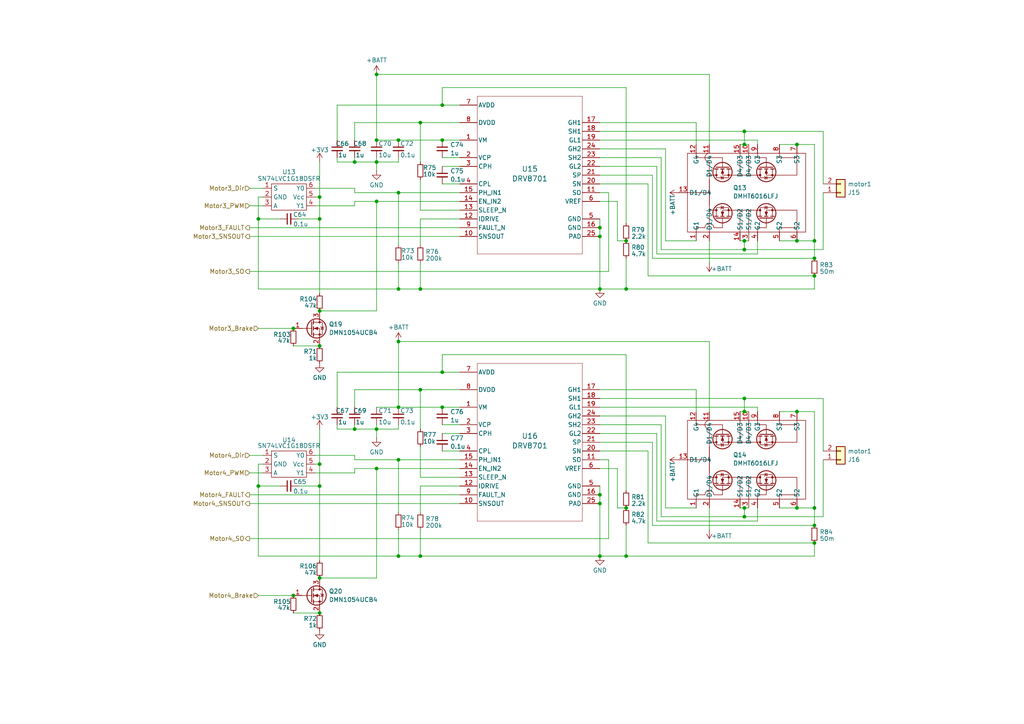
<source format=kicad_sch>
(kicad_sch (version 20231120) (generator "eeschema") (generator_version "8.0")
  (paper "A4")
  (lib_symbols
    (symbol "Connector_Generic:Conn_01x02" (pin_names (offset 1.016) hide)
      (property "Reference" "J" (at 0 2.54 0))
      (property "Value" "Conn_01x02" (at 0 -5.08 0))
      (symbol "Conn_01x02_1_1"
        (pin passive line (at -5.08 0 0) (length 3.81) (name "Pin_1") (number "1"))
        (pin passive line (at -5.08 -2.54 0) (length 3.81) (name "Pin_2") (number "2"))
      )
    )
    (symbol "DMHT6016LFJ_1"
      (property "Reference" "Q" (at 7.112 13.716 0))
      (property "Value" "DMHT6016LFJ" (at 6.858 11.43 0))
      (symbol "DMHT6016LFJ_1_1_1"
        (pin passive line (at -13.97 7.62 0) (length 2.54) (name "G1") (number "1"))
        (pin passive line (at 13.97 -7.62 180) (length 2.54) (name "D4/D3") (number "10"))
        (pin passive line (at 13.97 3.81 180) (length 2.54) (name "D1/D4") (number "11"))
        (pin passive line (at 13.97 7.62 180) (length 2.54) (name "G4") (number "12"))
        (pin passive line (at 0 12.7 270) (length 2.54) (name "D1/D4") (number "13"))
        (pin passive line (at -13.97 -5.08 0) (length 2.54) (name "S1/D2") (number "14"))
        (pin passive line (at 13.97 -5.08 180) (length 2.54) (name "D4/D3") (number "15"))
        (pin passive line (at -13.97 3.81 0) (length 2.54) (name "D1/D4") (number "2"))
        (pin passive line (at -13.97 -7.62 0) (length 2.54) (name "S1/D2") (number "3"))
        (pin passive line (at -13.97 -10.16 0) (length 2.54) (name "G2") (number "4"))
        (pin passive line (at -13.97 -16.51 0) (length 2.54) (name "S2") (number "5"))
        (pin passive line (at -13.97 -21.59 0) (length 2.54) (name "S2") (number "6"))
        (pin passive line (at 13.97 -21.59 180) (length 2.54) (name "S3") (number "7"))
        (pin passive line (at 13.97 -16.51 180) (length 2.54) (name "S3") (number "8"))
        (pin passive line (at 13.97 -10.16 180) (length 2.54) (name "G3") (number "9"))
      )
    )
    (symbol "Device:C_Small" (pin_numbers hide) (pin_names (offset 0.254) hide)
      (property "Reference" "C" (at 0.254 1.778 0))
      (property "Value" "C_Small" (at 0.254 -2.032 0))
      (symbol "C_Small_1_1"
        (pin passive line (at 0 2.54 270) (length 2.032) (name "~") (number "1"))
        (pin passive line (at 0 -2.54 90) (length 2.032) (name "~") (number "2"))
      )
    )
    (symbol "Device:Q_NMOS_GSD" (pin_names (offset 0) hide)
      (property "Reference" "Q" (at 5.08 1.27 0))
      (property "Value" "Q_NMOS_GSD" (at 5.08 -1.27 0))
      (symbol "Q_NMOS_GSD_1_1"
        (pin input line (at -5.08 0 0) (length 2.54) (name "G") (number "1"))
        (pin passive line (at 2.54 -5.08 90) (length 2.54) (name "S") (number "2"))
        (pin passive line (at 2.54 5.08 270) (length 2.54) (name "D") (number "3"))
      )
    )
    (symbol "Device:R_Small" (pin_numbers hide) (pin_names (offset 0.254) hide)
      (property "Reference" "R" (at 0.762 0.508 0))
      (property "Value" "R_Small" (at 0.762 -1.016 0))
      (symbol "R_Small_1_1"
        (pin passive line (at 0 2.54 270) (length 0.762) (name "~") (number "1"))
        (pin passive line (at 0 -2.54 90) (length 0.762) (name "~") (number "2"))
      )
    )
    (symbol "power:+3V3" (power) (pin_numbers hide) (pin_names (offset 0) hide)
      (property "Value" "+3V3" (at 0 3.556 0))
      (symbol "+3V3_1_1"
        (pin power_in line (at 0 0 90) (length 0) (name "~") (number "1"))
      )
    )
    (symbol "power:+BATT" (power) (pin_numbers hide) (pin_names (offset 0) hide)
      (property "Value" "+BATT" (at 0 3.556 0))
      (symbol "+BATT_1_1"
        (pin power_in line (at 0 0 90) (length 0) (name "~") (number "1"))
      )
    )
    (symbol "power:GND" (power) (pin_numbers hide) (pin_names (offset 0) hide)
      (property "Value" "GND" (at 0 -3.81 0))
      (symbol "GND_1_1"
        (pin power_in line (at 0 0 270) (length 0) (name "~") (number "1"))
      )
    )
    (symbol "robocon:DMHT6016LFJ"
      (property "Reference" "Q" (at 7.112 13.716 0))
      (property "Value" "DMHT6016LFJ" (at 6.858 11.43 0))
      (symbol "DMHT6016LFJ_1_1"
        (pin passive line (at -13.97 7.62 0) (length 2.54) (name "G1") (number "1"))
        (pin passive line (at 13.97 -7.62 180) (length 2.54) (name "D4/D3") (number "10"))
        (pin passive line (at 13.97 3.81 180) (length 2.54) (name "D1/D4") (number "11"))
        (pin passive line (at 13.97 7.62 180) (length 2.54) (name "G4") (number "12"))
        (pin passive line (at 0 12.7 270) (length 2.54) (name "D1/D4") (number "13"))
        (pin passive line (at -13.97 -5.08 0) (length 2.54) (name "S1/D2") (number "14"))
        (pin passive line (at 13.97 -5.08 180) (length 2.54) (name "D4/D3") (number "15"))
        (pin passive line (at -13.97 3.81 0) (length 2.54) (name "D1/D4") (number "2"))
        (pin passive line (at -13.97 -7.62 0) (length 2.54) (name "S1/D2") (number "3"))
        (pin passive line (at -13.97 -10.16 0) (length 2.54) (name "G2") (number "4"))
        (pin passive line (at -13.97 -16.51 0) (length 2.54) (name "S2") (number "5"))
        (pin passive line (at -13.97 -21.59 0) (length 2.54) (name "S2") (number "6"))
        (pin passive line (at 13.97 -21.59 180) (length 2.54) (name "S3") (number "7"))
        (pin passive line (at 13.97 -16.51 180) (length 2.54) (name "S3") (number "8"))
        (pin passive line (at 13.97 -10.16 180) (length 2.54) (name "G3") (number "9"))
      )
    )
    (symbol "robocon:DRV8701" (pin_names (offset 0.254))
      (property "Reference" "U" (at 0 12.7 0))
      (property "Value" "DRV8701" (at 0 10.16 0))
      (symbol "DRV8701_0_1"
        (pin power_in line (at -20.32 10.16 0) (length 5.08) (name "VM") (number "1"))
        (pin open_collector line (at -20.32 -17.78 0) (length 5.08) (name "SNSOUT") (number "10"))
        (pin output line (at 20.32 -5.08 180) (length 5.08) (name "SO") (number "11"))
        (pin input line (at -20.32 -12.7 0) (length 5.08) (name "IDRIVE") (number "12"))
        (pin input line (at -20.32 -10.16 0) (length 5.08) (name "SLEEP_N") (number "13"))
        (pin input line (at -20.32 -7.62 0) (length 5.08) (name "EN_IN2") (number "14"))
        (pin input line (at -20.32 -5.08 0) (length 5.08) (name "PH_IN1") (number "15"))
        (pin power_in line (at 20.32 -15.24 180) (length 5.08) (name "GND") (number "16"))
        (pin input line (at 20.32 12.7 180) (length 5.08) (name "SH1") (number "18"))
        (pin output line (at 20.32 10.16 180) (length 5.08) (name "GL1") (number "19"))
        (pin input line (at 20.32 -2.54 180) (length 5.08) (name "SN") (number "20"))
        (pin input line (at 20.32 0 180) (length 5.08) (name "SP") (number "21"))
        (pin output line (at 20.32 2.54 180) (length 5.08) (name "GL2") (number "22"))
        (pin input line (at 20.32 5.08 180) (length 5.08) (name "SH2") (number "23"))
        (pin power_in line (at 20.32 -17.78 180) (length 5.08) (name "PAD") (number "25"))
        (pin power_in line (at 20.32 -12.7 180) (length 5.08) (name "GND") (number "5"))
        (pin input line (at 20.32 -7.62 180) (length 5.08) (name "VREF") (number "6"))
        (pin open_collector line (at -20.32 -15.24 0) (length 5.08) (name "FAULT_N") (number "9"))
      )
      (symbol "DRV8701_1_1"
        (pin power_out line (at 20.32 15.24 180) (length 5.08) (name "GH1") (number "17"))
        (pin input line (at -20.32 5.08 0) (length 5.08) (name "VCP") (number "2"))
        (pin power_out line (at 20.32 7.62 180) (length 5.08) (name "GH2") (number "24"))
        (pin bidirectional line (at -20.32 2.54 0) (length 5.08) (name "CPH") (number "3"))
        (pin bidirectional line (at -20.32 -2.54 0) (length 5.08) (name "CPL") (number "4"))
        (pin power_out line (at -20.32 20.32 0) (length 5.08) (name "AVDD") (number "7"))
        (pin power_out line (at -20.32 15.24 0) (length 5.08) (name "DVDD") (number "8"))
      )
    )
    (symbol "robocon:SN74LVC1G18"
      (property "Reference" "U" (at 0 1.778 0))
      (property "Value" "SN74LVC1G18" (at 0 0 0))
      (symbol "SN74LVC1G18_1_1"
        (pin bidirectional line (at -7.62 -2.54 0) (length 2.54) (name "S") (number "1"))
        (pin power_in line (at -7.62 -5.08 0) (length 2.54) (name "GND") (number "2"))
        (pin bidirectional line (at -7.62 -7.62 0) (length 2.54) (name "A") (number "3"))
        (pin output line (at 7.62 -7.62 180) (length 2.54) (name "Y1") (number "4"))
        (pin power_in line (at 7.62 -5.08 180) (length 2.54) (name "Vcc") (number "5"))
        (pin output line (at 7.62 -2.54 180) (length 2.54) (name "Y0") (number "6"))
      )
    )
  )
  (junction (at 92.71 63.5))
  (junction (at 121.92 35.56))
  (junction (at 236.22 157.48))
  (junction (at 173.99 143.51))
  (junction (at 115.57 161.29))
  (junction (at 128.27 30.48))
  (junction (at 215.9 147.32))
  (junction (at 181.61 69.85))
  (junction (at 115.57 40.64))
  (junction (at 128.27 107.95))
  (junction (at 92.71 177.8))
  (junction (at 215.9 149.86))
  (junction (at 236.22 147.32))
  (junction (at 215.9 119.38))
  (junction (at 109.22 46.99))
  (junction (at 236.22 74.93))
  (junction (at 102.87 46.99))
  (junction (at 74.93 63.5))
  (junction (at 74.93 140.97))
  (junction (at 236.22 69.85))
  (junction (at 92.71 57.15))
  (junction (at 173.99 68.58))
  (junction (at 231.14 119.38))
  (junction (at 236.22 152.4))
  (junction (at 173.99 83.82))
  (junction (at 231.14 147.32))
  (junction (at 215.9 41.91))
  (junction (at 109.22 40.64))
  (junction (at 109.22 135.89))
  (junction (at 231.14 69.85))
  (junction (at 85.09 95.25))
  (junction (at 115.57 83.82))
  (junction (at 102.87 124.46))
  (junction (at 92.71 167.64))
  (junction (at 92.71 134.62))
  (junction (at 92.71 140.97))
  (junction (at 115.57 99.06))
  (junction (at 173.99 146.05))
  (junction (at 181.61 161.29))
  (junction (at 115.57 133.35))
  (junction (at 121.92 161.29))
  (junction (at 121.92 113.03))
  (junction (at 215.9 115.57))
  (junction (at 236.22 80.01))
  (junction (at 121.92 83.82))
  (junction (at 215.9 72.39))
  (junction (at 215.9 38.1))
  (junction (at 115.57 55.88))
  (junction (at 173.99 161.29))
  (junction (at 173.99 66.04))
  (junction (at 92.71 90.17))
  (junction (at 181.61 83.82))
  (junction (at 109.22 124.46))
  (junction (at 85.09 172.72))
  (junction (at 231.14 41.91))
  (junction (at 109.22 58.42))
  (junction (at 115.57 118.11))
  (junction (at 128.27 40.64))
  (junction (at 128.27 118.11))
  (junction (at 109.22 21.59))
  (junction (at 92.71 100.33))
  (junction (at 215.9 69.85))
  (junction (at 181.61 147.32))
  (wire (pts (xy 179.07 58.42) (xy 179.07 69.85)))
  (wire (pts (xy 215.9 72.39) (xy 238.76 72.39)))
  (wire (pts (xy 74.93 63.5) (xy 81.28 63.5)))
  (wire (pts (xy 91.44 54.61) (xy 102.87 54.61)))
  (wire (pts (xy 173.99 133.35) (xy 176.53 133.35)))
  (wire (pts (xy 187.96 130.81) (xy 187.96 157.48)))
  (wire (pts (xy 74.93 63.5) (xy 74.93 83.82)))
  (wire (pts (xy 109.22 58.42) (xy 133.35 58.42)))
  (wire (pts (xy 121.92 138.43) (xy 121.92 129.54)))
  (wire (pts (xy 115.57 99.06) (xy 205.74 99.06)))
  (wire (pts (xy 173.99 45.72) (xy 191.77 45.72)))
  (wire (pts (xy 102.87 59.69) (xy 102.87 58.42)))
  (wire (pts (xy 128.27 107.95) (xy 133.35 107.95)))
  (wire (pts (xy 121.92 148.59) (xy 121.92 140.97)))
  (wire (pts (xy 92.71 124.46) (xy 92.71 134.62)))
  (wire (pts (xy 91.44 134.62) (xy 92.71 134.62)))
  (wire (pts (xy 109.22 127) (xy 109.22 124.46)))
  (wire (pts (xy 121.92 161.29) (xy 173.99 161.29)))
  (wire (pts (xy 109.22 46.99) (xy 109.22 45.72)))
  (wire (pts (xy 173.99 35.56) (xy 201.93 35.56)))
  (wire (pts (xy 128.27 102.87) (xy 181.61 102.87)))
  (wire (pts (xy 173.99 48.26) (xy 190.5 48.26)))
  (wire (pts (xy 173.99 125.73) (xy 190.5 125.73)))
  (wire (pts (xy 76.2 57.15) (xy 74.93 57.15)))
  (wire (pts (xy 121.92 140.97) (xy 133.35 140.97)))
  (wire (pts (xy 181.61 83.82) (xy 173.99 83.82)))
  (wire (pts (xy 238.76 38.1) (xy 238.76 53.34)))
  (wire (pts (xy 219.71 118.11) (xy 219.71 119.38)))
  (wire (pts (xy 173.99 143.51) (xy 173.99 140.97)))
  (wire (pts (xy 102.87 35.56) (xy 102.87 40.64)))
  (wire (pts (xy 226.06 41.91) (xy 231.14 41.91)))
  (wire (pts (xy 201.93 113.03) (xy 201.93 119.38)))
  (wire (pts (xy 92.71 63.5) (xy 92.71 57.15)))
  (wire (pts (xy 109.22 135.89) (xy 133.35 135.89)))
  (wire (pts (xy 92.71 46.99) (xy 92.71 57.15)))
  (wire (pts (xy 109.22 21.59) (xy 205.74 21.59)))
  (wire (pts (xy 193.04 147.32) (xy 201.93 147.32)))
  (wire (pts (xy 215.9 38.1) (xy 238.76 38.1)))
  (wire (pts (xy 97.79 107.95) (xy 128.27 107.95)))
  (wire (pts (xy 190.5 48.26) (xy 190.5 73.66)))
  (wire (pts (xy 91.44 59.69) (xy 102.87 59.69)))
  (wire (pts (xy 215.9 72.39) (xy 215.9 69.85)))
  (wire (pts (xy 74.93 83.82) (xy 115.57 83.82)))
  (wire (pts (xy 109.22 21.59) (xy 109.22 40.64)))
  (wire (pts (xy 121.92 35.56) (xy 133.35 35.56)))
  (wire (pts (xy 133.35 48.26) (xy 128.27 48.26)))
  (wire (pts (xy 173.99 40.64) (xy 219.71 40.64)))
  (wire (pts (xy 72.39 137.16) (xy 76.2 137.16)))
  (wire (pts (xy 115.57 83.82) (xy 121.92 83.82)))
  (wire (pts (xy 91.44 57.15) (xy 92.71 57.15)))
  (wire (pts (xy 214.63 119.38) (xy 215.9 119.38)))
  (wire (pts (xy 215.9 147.32) (xy 217.17 147.32)))
  (wire (pts (xy 214.63 41.91) (xy 215.9 41.91)))
  (wire (pts (xy 97.79 30.48) (xy 128.27 30.48)))
  (wire (pts (xy 181.61 152.4) (xy 181.61 161.29)))
  (wire (pts (xy 102.87 132.08) (xy 102.87 133.35)))
  (wire (pts (xy 109.22 40.64) (xy 115.57 40.64)))
  (wire (pts (xy 173.99 58.42) (xy 179.07 58.42)))
  (wire (pts (xy 115.57 118.11) (xy 128.27 118.11)))
  (wire (pts (xy 193.04 120.65) (xy 193.04 147.32)))
  (wire (pts (xy 173.99 66.04) (xy 173.99 63.5)))
  (wire (pts (xy 72.39 66.04) (xy 133.35 66.04)))
  (wire (pts (xy 179.07 135.89) (xy 179.07 147.32)))
  (wire (pts (xy 193.04 69.85) (xy 201.93 69.85)))
  (wire (pts (xy 91.44 137.16) (xy 102.87 137.16)))
  (wire (pts (xy 205.74 119.38) (xy 205.74 99.06)))
  (wire (pts (xy 115.57 40.64) (xy 128.27 40.64)))
  (wire (pts (xy 121.92 71.12) (xy 121.92 63.5)))
  (wire (pts (xy 121.92 113.03) (xy 121.92 124.46)))
  (wire (pts (xy 179.07 69.85) (xy 181.61 69.85)))
  (wire (pts (xy 121.92 35.56) (xy 121.92 46.99)))
  (wire (pts (xy 191.77 149.86) (xy 215.9 149.86)))
  (wire (pts (xy 115.57 99.06) (xy 115.57 118.11)))
  (wire (pts (xy 173.99 115.57) (xy 215.9 115.57)))
  (wire (pts (xy 215.9 115.57) (xy 215.9 119.38)))
  (wire (pts (xy 109.22 49.53) (xy 109.22 46.99)))
  (wire (pts (xy 92.71 63.5) (xy 92.71 85.09)))
  (wire (pts (xy 173.99 50.8) (xy 189.23 50.8)))
  (wire (pts (xy 109.22 46.99) (xy 115.57 46.99)))
  (wire (pts (xy 74.93 140.97) (xy 74.93 161.29)))
  (wire (pts (xy 181.61 25.4) (xy 181.61 64.77)))
  (wire (pts (xy 215.9 69.85) (xy 217.17 69.85)))
  (wire (pts (xy 74.93 161.29) (xy 115.57 161.29)))
  (wire (pts (xy 133.35 125.73) (xy 128.27 125.73)))
  (wire (pts (xy 121.92 153.67) (xy 121.92 161.29)))
  (wire (pts (xy 128.27 123.19) (xy 133.35 123.19)))
  (wire (pts (xy 190.5 151.13) (xy 219.71 151.13)))
  (wire (pts (xy 173.99 120.65) (xy 193.04 120.65)))
  (wire (pts (xy 109.22 135.89) (xy 109.22 167.64)))
  (wire (pts (xy 115.57 153.67) (xy 115.57 161.29)))
  (wire (pts (xy 102.87 137.16) (xy 102.87 135.89)))
  (wire (pts (xy 128.27 130.81) (xy 133.35 130.81)))
  (wire (pts (xy 191.77 123.19) (xy 191.77 149.86)))
  (wire (pts (xy 72.39 132.08) (xy 76.2 132.08)))
  (wire (pts (xy 128.27 40.64) (xy 133.35 40.64)))
  (wire (pts (xy 102.87 113.03) (xy 121.92 113.03)))
  (wire (pts (xy 181.61 161.29) (xy 236.22 161.29)))
  (wire (pts (xy 102.87 35.56) (xy 121.92 35.56)))
  (wire (pts (xy 219.71 147.32) (xy 219.71 151.13)))
  (wire (pts (xy 109.22 167.64) (xy 92.71 167.64)))
  (wire (pts (xy 97.79 124.46) (xy 102.87 124.46)))
  (wire (pts (xy 128.27 45.72) (xy 133.35 45.72)))
  (wire (pts (xy 231.14 41.91) (xy 236.22 41.91)))
  (wire (pts (xy 72.39 143.51) (xy 133.35 143.51)))
  (wire (pts (xy 74.93 57.15) (xy 74.93 63.5)))
  (wire (pts (xy 231.14 69.85) (xy 236.22 69.85)))
  (wire (pts (xy 97.79 123.19) (xy 97.79 124.46)))
  (wire (pts (xy 173.99 68.58) (xy 173.99 83.82)))
  (wire (pts (xy 187.96 80.01) (xy 236.22 80.01)))
  (wire (pts (xy 74.93 172.72) (xy 85.09 172.72)))
  (wire (pts (xy 102.87 123.19) (xy 102.87 124.46)))
  (wire (pts (xy 92.71 177.8) (xy 85.09 177.8)))
  (wire (pts (xy 173.99 118.11) (xy 219.71 118.11)))
  (wire (pts (xy 72.39 68.58) (xy 133.35 68.58)))
  (wire (pts (xy 226.06 147.32) (xy 231.14 147.32)))
  (wire (pts (xy 193.04 43.18) (xy 193.04 69.85)))
  (wire (pts (xy 181.61 161.29) (xy 173.99 161.29)))
  (wire (pts (xy 86.36 140.97) (xy 92.71 140.97)))
  (wire (pts (xy 109.22 124.46) (xy 115.57 124.46)))
  (wire (pts (xy 173.99 68.58) (xy 173.99 66.04)))
  (wire (pts (xy 133.35 138.43) (xy 121.92 138.43)))
  (wire (pts (xy 173.99 43.18) (xy 193.04 43.18)))
  (wire (pts (xy 173.99 128.27) (xy 189.23 128.27)))
  (wire (pts (xy 201.93 35.56) (xy 201.93 41.91)))
  (wire (pts (xy 128.27 30.48) (xy 133.35 30.48)))
  (wire (pts (xy 189.23 152.4) (xy 236.22 152.4)))
  (wire (pts (xy 74.93 134.62) (xy 74.93 140.97)))
  (wire (pts (xy 214.63 147.32) (xy 215.9 147.32)))
  (wire (pts (xy 115.57 161.29) (xy 121.92 161.29)))
  (wire (pts (xy 189.23 50.8) (xy 189.23 74.93)))
  (wire (pts (xy 191.77 72.39) (xy 215.9 72.39)))
  (wire (pts (xy 173.99 123.19) (xy 191.77 123.19)))
  (wire (pts (xy 236.22 41.91) (xy 236.22 69.85)))
  (wire (pts (xy 238.76 115.57) (xy 238.76 130.81)))
  (wire (pts (xy 115.57 118.11) (xy 109.22 118.11)))
  (wire (pts (xy 238.76 115.57) (xy 215.9 115.57)))
  (wire (pts (xy 72.39 78.74) (xy 176.53 78.74)))
  (wire (pts (xy 86.36 63.5) (xy 92.71 63.5)))
  (wire (pts (xy 173.99 130.81) (xy 187.96 130.81)))
  (wire (pts (xy 102.87 133.35) (xy 115.57 133.35)))
  (wire (pts (xy 226.06 119.38) (xy 231.14 119.38)))
  (wire (pts (xy 102.87 45.72) (xy 102.87 46.99)))
  (wire (pts (xy 74.93 140.97) (xy 81.28 140.97)))
  (wire (pts (xy 189.23 128.27) (xy 189.23 152.4)))
  (wire (pts (xy 187.96 53.34) (xy 187.96 80.01)))
  (wire (pts (xy 215.9 38.1) (xy 215.9 41.91)))
  (wire (pts (xy 128.27 102.87) (xy 128.27 107.95)))
  (wire (pts (xy 205.74 69.85) (xy 205.74 76.2)))
  (wire (pts (xy 215.9 41.91) (xy 217.17 41.91)))
  (wire (pts (xy 115.57 55.88) (xy 115.57 71.12)))
  (wire (pts (xy 121.92 113.03) (xy 133.35 113.03)))
  (wire (pts (xy 115.57 55.88) (xy 133.35 55.88)))
  (wire (pts (xy 102.87 46.99) (xy 109.22 46.99)))
  (wire (pts (xy 236.22 157.48) (xy 236.22 161.29)))
  (wire (pts (xy 231.14 147.32) (xy 236.22 147.32)))
  (wire (pts (xy 173.99 135.89) (xy 179.07 135.89)))
  (wire (pts (xy 215.9 149.86) (xy 238.76 149.86)))
  (wire (pts (xy 179.07 147.32) (xy 181.61 147.32)))
  (wire (pts (xy 226.06 69.85) (xy 231.14 69.85)))
  (wire (pts (xy 205.74 147.32) (xy 205.74 153.67)))
  (wire (pts (xy 187.96 157.48) (xy 236.22 157.48)))
  (wire (pts (xy 91.44 132.08) (xy 102.87 132.08)))
  (wire (pts (xy 102.87 55.88) (xy 115.57 55.88)))
  (wire (pts (xy 102.87 135.89) (xy 109.22 135.89)))
  (wire (pts (xy 236.22 147.32) (xy 236.22 152.4)))
  (wire (pts (xy 133.35 60.96) (xy 121.92 60.96)))
  (wire (pts (xy 92.71 100.33) (xy 85.09 100.33)))
  (wire (pts (xy 72.39 156.21) (xy 176.53 156.21)))
  (wire (pts (xy 109.22 58.42) (xy 109.22 90.17)))
  (wire (pts (xy 72.39 54.61) (xy 76.2 54.61)))
  (wire (pts (xy 173.99 38.1) (xy 215.9 38.1)))
  (wire (pts (xy 102.87 113.03) (xy 102.87 118.11)))
  (wire (pts (xy 109.22 90.17) (xy 92.71 90.17)))
  (wire (pts (xy 190.5 73.66) (xy 219.71 73.66)))
  (wire (pts (xy 176.53 133.35) (xy 176.53 156.21)))
  (wire (pts (xy 189.23 74.93) (xy 236.22 74.93)))
  (wire (pts (xy 72.39 59.69) (xy 76.2 59.69)))
  (wire (pts (xy 121.92 76.2) (xy 121.92 83.82)))
  (wire (pts (xy 173.99 146.05) (xy 173.99 161.29)))
  (wire (pts (xy 121.92 83.82) (xy 173.99 83.82)))
  (wire (pts (xy 115.57 76.2) (xy 115.57 83.82)))
  (wire (pts (xy 190.5 125.73) (xy 190.5 151.13)))
  (wire (pts (xy 121.92 63.5) (xy 133.35 63.5)))
  (wire (pts (xy 97.79 107.95) (xy 97.79 118.11)))
  (wire (pts (xy 115.57 133.35) (xy 115.57 148.59)))
  (wire (pts (xy 97.79 46.99) (xy 102.87 46.99)))
  (wire (pts (xy 215.9 119.38) (xy 217.17 119.38)))
  (wire (pts (xy 215.9 149.86) (xy 215.9 147.32)))
  (wire (pts (xy 97.79 30.48) (xy 97.79 40.64)))
  (wire (pts (xy 173.99 146.05) (xy 173.99 143.51)))
  (wire (pts (xy 173.99 53.34) (xy 187.96 53.34)))
  (wire (pts (xy 181.61 83.82) (xy 236.22 83.82)))
  (wire (pts (xy 219.71 40.64) (xy 219.71 41.91)))
  (wire (pts (xy 97.79 45.72) (xy 97.79 46.99)))
  (wire (pts (xy 102.87 124.46) (xy 109.22 124.46)))
  (wire (pts (xy 115.57 133.35) (xy 133.35 133.35)))
  (wire (pts (xy 72.39 146.05) (xy 133.35 146.05)))
  (wire (pts (xy 173.99 113.03) (xy 201.93 113.03)))
  (wire (pts (xy 115.57 46.99) (xy 115.57 45.72)))
  (wire (pts (xy 115.57 124.46) (xy 115.57 123.19)))
  (wire (pts (xy 231.14 119.38) (xy 236.22 119.38)))
  (wire (pts (xy 176.53 55.88) (xy 176.53 78.74)))
  (wire (pts (xy 92.71 140.97) (xy 92.71 162.56)))
  (wire (pts (xy 109.22 124.46) (xy 109.22 123.19)))
  (wire (pts (xy 191.77 45.72) (xy 191.77 72.39)))
  (wire (pts (xy 181.61 74.93) (xy 181.61 83.82)))
  (wire (pts (xy 128.27 118.11) (xy 133.35 118.11)))
  (wire (pts (xy 173.99 55.88) (xy 176.53 55.88)))
  (wire (pts (xy 238.76 133.35) (xy 238.76 149.86)))
  (wire (pts (xy 121.92 60.96) (xy 121.92 52.07)))
  (wire (pts (xy 214.63 69.85) (xy 215.9 69.85)))
  (wire (pts (xy 128.27 25.4) (xy 181.61 25.4)))
  (wire (pts (xy 181.61 102.87) (xy 181.61 142.24)))
  (wire (pts (xy 236.22 80.01) (xy 236.22 83.82)))
  (wire (pts (xy 92.71 140.97) (xy 92.71 134.62)))
  (wire (pts (xy 102.87 58.42) (xy 109.22 58.42)))
  (wire (pts (xy 128.27 25.4) (xy 128.27 30.48)))
  (wire (pts (xy 219.71 69.85) (xy 219.71 73.66)))
  (wire (pts (xy 128.27 53.34) (xy 133.35 53.34)))
  (wire (pts (xy 238.76 55.88) (xy 238.76 72.39)))
  (wire (pts (xy 236.22 119.38) (xy 236.22 147.32)))
  (wire (pts (xy 102.87 54.61) (xy 102.87 55.88)))
  (wire (pts (xy 205.74 41.91) (xy 205.74 21.59)))
  (wire (pts (xy 236.22 69.85) (xy 236.22 74.93)))
  (wire (pts (xy 76.2 134.62) (xy 74.93 134.62)))
  (wire (pts (xy 74.93 95.25) (xy 85.09 95.25)))
  (hierarchical_label "Motor4_SNSOUT" (shape output) (at 72.39 146.05 180))
  (hierarchical_label "Motor3_SO" (shape output) (at 72.39 78.74 180))
  (hierarchical_label "Motor3_Dir" (shape input) (at 72.39 54.61 180))
  (hierarchical_label "Motor3_SNSOUT" (shape output) (at 72.39 68.58 180))
  (hierarchical_label "Motor4_PWM" (shape input) (at 72.39 137.16 180))
  (hierarchical_label "Motor3_FAULT" (shape output) (at 72.39 66.04 180))
  (hierarchical_label "Motor4_FAULT" (shape output) (at 72.39 143.51 180))
  (hierarchical_label "Motor4_SO" (shape output) (at 72.39 156.21 180))
  (hierarchical_label "Motor3_PWM" (shape input) (at 72.39 59.69 180))
  (hierarchical_label "Motor3_Brake" (shape input) (at 74.93 95.25 180))
  (hierarchical_label "Motor4_Dir" (shape input) (at 72.39 132.08 180))
  (hierarchical_label "Motor4_Brake" (shape input) (at 74.93 172.72 180))
  (symbol (lib_id "power:+BATT") (at 205.74 153.67 180) (unit 1)
    (property "Reference" "#PWR0115" (effects (hide yes)))
    (property "Value" "+BATT" (at 209.296 155.448 0))
    (property "Description" "Power symbol creates a global label with name \"+BATT\"" (effects (hide yes)))
  )
  (symbol (lib_id "robocon:DMHT6016LFJ") (at 209.55 55.88 90) (unit 1)
    (property "Reference" "Q13" (at 212.598 54.4717 90) (effects (justify right)))
    (property "Value" "DMHT6016LFJ" (at 212.598 56.896 90) (effects (justify right)))
    (property "Footprint" "robot_contest:V-DFN5045-12_DIO" (effects (hide yes)))
    (property "Datasheet" "C460986" (effects (hide yes)))
  )
  (symbol (lib_id "Device:R_Small") (at 85.09 175.26 0) (mirror y) (unit 1)
    (property "Reference" "R105" (at 79.248 174.498 0) (effects (justify right)))
    (property "Value" "47k" (at 80.518 176.276 0) (effects (justify right)))
    (property "Footprint" "Resistor_SMD:R_0402_1005Metric" (effects (hide yes)))
    (property "Datasheet" "C2906885" (effects (hide yes)))
    (property "Description" "Resistor, small symbol" (effects (hide yes)))
  )
  (symbol (lib_id "power:GND") (at 173.99 161.29 0) (unit 1)
    (property "Reference" "#PWR0113" (effects (hide yes)))
    (property "Value" "GND" (at 173.99 165.4255 0))
    (property "Description" "Power symbol creates a global label with name \"GND\" , ground" (effects (hide yes)))
  )
  (symbol (lib_id "Device:C_Small") (at 115.57 43.18 0) (unit 1)
    (property "Reference" "C72" (at 116.078 41.656 0) (effects (justify left)))
    (property "Value" "0.1u" (at 116.078 44.958 0) (effects (justify left)))
    (property "Footprint" "Capacitor_SMD:C_0402_1005Metric" (effects (hide yes)))
    (property "Datasheet" "C77020" (effects (hide yes)))
    (property "Description" "Unpolarized capacitor, small symbol" (effects (hide yes)))
  )
  (symbol (lib_id "Device:R_Small") (at 121.92 127 180) (unit 1)
    (property "Reference" "R77" (at 122.682 126.095 0) (effects (justify right)))
    (property "Value" "10k" (at 122.682 128.016 0) (effects (justify right)))
    (property "Footprint" "Resistor_SMD:R_0402_1005Metric" (effects (hide yes)))
    (property "Datasheet" "C2906885" (effects (hide yes)))
    (property "Description" "Resistor, small symbol" (effects (hide yes)))
  )
  (symbol (lib_id "Device:R_Small") (at 181.61 72.39 180) (unit 1)
    (property "Reference" "R80" (at 183.1086 71.7463 0) (effects (justify right)))
    (property "Value" "4.7k" (at 183.1086 73.6673 0) (effects (justify right)))
    (property "Footprint" "Resistor_SMD:R_0402_1005Metric" (effects (hide yes)))
    (property "Datasheet" "C2906869" (effects (hide yes)))
    (property "Description" "Resistor, small symbol" (effects (hide yes)))
  )
  (symbol (lib_id "Device:Q_NMOS_GSD") (at 90.17 172.72 0) (unit 1)
    (property "Reference" "Q20" (at 95.377 171.5079 0) (effects (justify left)))
    (property "Value" "DMN1054UCB4" (at 95.377 173.9321 0) (effects (justify left)))
    (property "Footprint" "robot_contest:DMN1054UCB4" (effects (hide yes)))
    (property "Datasheet" "C2983694" (effects (hide yes)))
    (property "Description" "N-MOSFET transistor, gate/source/drain" (effects (hide yes)))
  )
  (symbol (lib_id "Device:R_Small") (at 121.92 49.53 180) (unit 1)
    (property "Reference" "R75" (at 122.682 48.625 0) (effects (justify right)))
    (property "Value" "10k" (at 122.682 50.546 0) (effects (justify right)))
    (property "Footprint" "Resistor_SMD:R_0402_1005Metric" (effects (hide yes)))
    (property "Datasheet" "C2906885" (effects (hide yes)))
    (property "Description" "Resistor, small symbol" (effects (hide yes)))
  )
  (symbol (lib_id "Device:R_Small") (at 85.09 97.79 0) (mirror y) (unit 1)
    (property "Reference" "R103" (at 79.248 97.028 0) (effects (justify right)))
    (property "Value" "47k" (at 80.518 98.806 0) (effects (justify right)))
    (property "Footprint" "Resistor_SMD:R_0402_1005Metric" (effects (hide yes)))
    (property "Datasheet" "C2906885" (effects (hide yes)))
    (property "Description" "Resistor, small symbol" (effects (hide yes)))
  )
  (symbol (lib_id "Device:Q_NMOS_GSD") (at 90.17 95.25 0) (unit 1)
    (property "Reference" "Q19" (at 95.377 94.0379 0) (effects (justify left)))
    (property "Value" "DMN1054UCB4" (at 95.377 96.4621 0) (effects (justify left)))
    (property "Footprint" "robot_contest:DMN1054UCB4" (effects (hide yes)))
    (property "Datasheet" "C2983694" (effects (hide yes)))
    (property "Description" "N-MOSFET transistor, gate/source/drain" (effects (hide yes)))
  )
  (symbol (lib_id "power:GND") (at 92.71 182.88 0) (mirror y) (unit 1)
    (property "Reference" "#PWR0138" (effects (hide yes)))
    (property "Value" "GND" (at 92.71 187.0155 0))
    (property "Description" "Power symbol creates a global label with name \"GND\" , ground" (effects (hide yes)))
  )
  (symbol (lib_id "robocon:DRV8701") (at 153.67 50.8 0) (unit 1)
    (property "Reference" "U15" (at 153.67 48.9831 0) (effects (font (size 1.524 1.524))))
    (property "Value" "DRV8701" (at 153.67 51.816 0) (effects (font (size 1.524 1.524))))
    (property "Footprint" "robot_contest:DRV8701" (effects (hide yes)))
    (property "Datasheet" "C114178" (effects (hide yes)))
  )
  (symbol (lib_id "Device:C_Small") (at 97.79 120.65 0) (unit 1)
    (property "Reference" "C67" (at 99.314 119.126 0))
    (property "Value" "1u" (at 99.314 122.428 0))
    (property "Footprint" "Capacitor_SMD:C_0402_1005Metric" (effects (hide yes)))
    (property "Datasheet" "C77009" (effects (hide yes)))
    (property "Description" "Unpolarized capacitor, small symbol" (effects (hide yes)))
  )
  (symbol (lib_id "Device:R_Small") (at 92.71 180.34 0) (mirror x) (unit 1)
    (property "Reference" "R72" (at 91.948 179.435 0) (effects (justify right)))
    (property "Value" "1k" (at 91.948 181.356 0) (effects (justify right)))
    (property "Footprint" "Resistor_SMD:R_0402_1005Metric" (effects (hide yes)))
    (property "Datasheet" "C2906885" (effects (hide yes)))
    (property "Description" "Resistor, small symbol" (effects (hide yes)))
  )
  (symbol (lib_id "Device:R_Small") (at 115.57 73.66 180) (unit 1)
    (property "Reference" "R73" (at 116.332 72.755 0) (effects (justify right)))
    (property "Value" "10k" (at 116.332 74.676 0) (effects (justify right)))
    (property "Footprint" "Resistor_SMD:R_0402_1005Metric" (effects (hide yes)))
    (property "Datasheet" "C2906885" (effects (hide yes)))
    (property "Description" "Resistor, small symbol" (effects (hide yes)))
  )
  (symbol (lib_id "Connector_Generic:Conn_01x02") (at 243.84 133.35 0) (mirror x) (unit 1)
    (property "Reference" "J16" (at 245.872 133.2922 0) (effects (justify left)))
    (property "Value" "motor1" (at 245.872 130.8679 0) (effects (justify left)))
    (property "Footprint" "Connector_JST:JST_XA_B02B-XASK-1_1x02_P2.50mm_Vertical" (effects (hide yes)))
    (property "Datasheet" "C514158" (effects (hide yes)))
    (property "Description" "Generic connector, single row, 01x02, script generated (kicad-library-utils/schlib/autogen/connector/)" (effects (hide yes)))
  )
  (symbol (lib_id "Device:C_Small") (at 102.87 120.65 0) (unit 1)
    (property "Reference" "C69" (at 104.394 119.126 0))
    (property "Value" "1u" (at 104.394 122.428 0))
    (property "Footprint" "Capacitor_SMD:C_0402_1005Metric" (effects (hide yes)))
    (property "Datasheet" "C77009" (effects (hide yes)))
    (property "Description" "Unpolarized capacitor, small symbol" (effects (hide yes)))
  )
  (symbol (lib_id "Device:R_Small") (at 92.71 87.63 0) (mirror x) (unit 1)
    (property "Reference" "R104" (at 91.948 86.725 0) (effects (justify right)))
    (property "Value" "47k" (at 91.948 88.646 0) (effects (justify right)))
    (property "Footprint" "Resistor_SMD:R_0402_1005Metric" (effects (hide yes)))
    (property "Datasheet" "C2906885" (effects (hide yes)))
    (property "Description" "Resistor, small symbol" (effects (hide yes)))
  )
  (symbol (lib_id "power:+BATT") (at 115.57 99.06 0) (unit 1)
    (property "Reference" "#PWR0110" (effects (hide yes)))
    (property "Value" "+BATT" (at 115.57 94.9269 0))
    (property "Description" "Power symbol creates a global label with name \"+BATT\"" (effects (hide yes)))
  )
  (symbol (lib_id "Device:R_Small") (at 181.61 149.86 180) (unit 1)
    (property "Reference" "R82" (at 183.1086 149.2163 0) (effects (justify right)))
    (property "Value" "4.7k" (at 183.1086 151.1373 0) (effects (justify right)))
    (property "Footprint" "Resistor_SMD:R_0402_1005Metric" (effects (hide yes)))
    (property "Datasheet" "C2906869" (effects (hide yes)))
    (property "Description" "Resistor, small symbol" (effects (hide yes)))
  )
  (symbol (lib_id "robocon:SN74LVC1G18") (at 83.82 52.07 0) (unit 1)
    (property "Reference" "U13" (at 83.82 49.8721 0))
    (property "Value" "SN74LVC1G18DSFR" (at 83.82 51.816 0))
    (property "Footprint" "robot_contest:SN74LVC1G18DSFR" (effects (hide yes)))
    (property "Datasheet" "C2861646" (effects (hide yes)))
  )
  (symbol (lib_id "power:+3V3") (at 92.71 124.46 0) (unit 1)
    (property "Reference" "#PWR0107" (effects (hide yes)))
    (property "Value" "+3V3" (at 92.71 120.9581 0))
    (property "Description" "Power symbol creates a global label with name \"+3V3\"" (effects (hide yes)))
  )
  (symbol (lib_id "Device:R_Small") (at 92.71 165.1 0) (mirror x) (unit 1)
    (property "Reference" "R106" (at 91.948 164.195 0) (effects (justify right)))
    (property "Value" "47k" (at 91.948 166.116 0) (effects (justify right)))
    (property "Footprint" "Resistor_SMD:R_0402_1005Metric" (effects (hide yes)))
    (property "Datasheet" "C2906885" (effects (hide yes)))
    (property "Description" "Resistor, small symbol" (effects (hide yes)))
  )
  (symbol (lib_id "power:+BATT") (at 196.85 133.35 90) (unit 1)
    (property "Reference" "#PWR0129" (effects (hide yes)))
    (property "Value" "+BATT" (at 195.072 136.906 0))
    (property "Description" "Power symbol creates a global label with name \"+BATT\"" (effects (hide yes)))
  )
  (symbol (lib_id "Device:C_Small") (at 115.57 120.65 0) (unit 1)
    (property "Reference" "C73" (at 116.078 119.126 0) (effects (justify left)))
    (property "Value" "0.1u" (at 116.078 122.428 0) (effects (justify left)))
    (property "Footprint" "Capacitor_SMD:C_0402_1005Metric" (effects (hide yes)))
    (property "Datasheet" "C77020" (effects (hide yes)))
    (property "Description" "Unpolarized capacitor, small symbol" (effects (hide yes)))
  )
  (symbol (lib_id "power:GND") (at 92.71 105.41 0) (mirror y) (unit 1)
    (property "Reference" "#PWR0137" (effects (hide yes)))
    (property "Value" "GND" (at 92.71 109.5455 0))
    (property "Description" "Power symbol creates a global label with name \"GND\" , ground" (effects (hide yes)))
  )
  (symbol (lib_id "Device:R_Small") (at 181.61 144.78 180) (unit 1)
    (property "Reference" "R81" (at 183.1086 144.1363 0) (effects (justify right)))
    (property "Value" "2.2k" (at 183.1086 146.0573 0) (effects (justify right)))
    (property "Footprint" "Resistor_SMD:R_0402_1005Metric" (effects (hide yes)))
    (property "Datasheet" "C163447" (effects (hide yes)))
    (property "Description" "Resistor, small symbol" (effects (hide yes)))
  )
  (symbol (lib_id "Device:R_Small") (at 236.22 154.94 180) (unit 1)
    (property "Reference" "R84" (at 237.7186 154.2963 0) (effects (justify right)))
    (property "Value" "50m" (at 237.7186 156.2173 0) (effects (justify right)))
    (property "Footprint" "Resistor_SMD:R_1206_3216Metric" (effects (hide yes)))
    (property "Datasheet" "C5121702" (effects (hide yes)))
    (property "Description" "Resistor, small symbol" (effects (hide yes)))
  )
  (symbol (lib_id "power:GND") (at 109.22 49.53 0) (unit 1)
    (property "Reference" "#PWR0109" (effects (hide yes)))
    (property "Value" "GND" (at 109.22 53.6655 0))
    (property "Description" "Power symbol creates a global label with name \"GND\" , ground" (effects (hide yes)))
  )
  (symbol (lib_id "power:+BATT") (at 205.74 76.2 180) (unit 1)
    (property "Reference" "#PWR0114" (effects (hide yes)))
    (property "Value" "+BATT" (at 209.296 77.978 0))
    (property "Description" "Power symbol creates a global label with name \"+BATT\"" (effects (hide yes)))
  )
  (symbol (lib_id "power:GND") (at 109.22 127 0) (unit 1)
    (property "Reference" "#PWR0111" (effects (hide yes)))
    (property "Value" "GND" (at 109.22 131.1355 0))
    (property "Description" "Power symbol creates a global label with name \"GND\" , ground" (effects (hide yes)))
  )
  (symbol (lib_id "Device:C_Small") (at 83.82 140.97 90) (unit 1)
    (property "Reference" "C65" (at 88.9 139.7 90) (effects (justify left)))
    (property "Value" "0.1u" (at 89.408 142.494 90) (effects (justify left)))
    (property "Footprint" "Capacitor_SMD:C_0402_1005Metric" (effects (hide yes)))
    (property "Datasheet" "C77020" (effects (hide yes)))
    (property "Description" "Unpolarized capacitor, small symbol" (effects (hide yes)))
  )
  (symbol (lib_id "Device:R_Small") (at 121.92 151.13 180) (unit 1)
    (property "Reference" "R78" (at 123.4186 150.4863 0) (effects (justify right)))
    (property "Value" "200k" (at 123.4186 152.4073 0) (effects (justify right)))
    (property "Footprint" "Resistor_SMD:R_0402_1005Metric" (effects (hide yes)))
    (property "Datasheet" "C25764" (effects (hide yes)))
    (property "Description" "Resistor, small symbol" (effects (hide yes)))
  )
  (symbol (lib_id "Device:R_Small") (at 181.61 67.31 180) (unit 1)
    (property "Reference" "R79" (at 183.1086 66.6663 0) (effects (justify right)))
    (property "Value" "2.2k" (at 183.1086 68.5873 0) (effects (justify right)))
    (property "Footprint" "Resistor_SMD:R_0402_1005Metric" (effects (hide yes)))
    (property "Datasheet" "C163447" (effects (hide yes)))
    (property "Description" "Resistor, small symbol" (effects (hide yes)))
  )
  (symbol (lib_id "Device:R_Small") (at 236.22 77.47 180) (unit 1)
    (property "Reference" "R83" (at 237.7186 76.8263 0) (effects (justify right)))
    (property "Value" "50m" (at 237.7186 78.7473 0) (effects (justify right)))
    (property "Footprint" "Resistor_SMD:R_1206_3216Metric" (effects (hide yes)))
    (property "Datasheet" "C5121702" (effects (hide yes)))
    (property "Description" "Resistor, small symbol" (effects (hide yes)))
  )
  (symbol (lib_id "Device:C_Small") (at 97.79 43.18 0) (unit 1)
    (property "Reference" "C66" (at 99.314 41.656 0))
    (property "Value" "1u" (at 99.314 44.958 0))
    (property "Footprint" "Capacitor_SMD:C_0402_1005Metric" (effects (hide yes)))
    (property "Datasheet" "C77009" (effects (hide yes)))
    (property "Description" "Unpolarized capacitor, small symbol" (effects (hide yes)))
  )
  (symbol (lib_id "power:GND") (at 173.99 83.82 0) (unit 1)
    (property "Reference" "#PWR0112" (effects (hide yes)))
    (property "Value" "GND" (at 173.99 87.9555 0))
    (property "Description" "Power symbol creates a global label with name \"GND\" , ground" (effects (hide yes)))
  )
  (symbol (lib_id "Device:C_Small") (at 83.82 63.5 90) (unit 1)
    (property "Reference" "C64" (at 88.9 62.23 90) (effects (justify left)))
    (property "Value" "0.1u" (at 89.408 65.024 90) (effects (justify left)))
    (property "Footprint" "Capacitor_SMD:C_0402_1005Metric" (effects (hide yes)))
    (property "Datasheet" "C77020" (effects (hide yes)))
    (property "Description" "Unpolarized capacitor, small symbol" (effects (hide yes)))
  )
  (symbol (lib_id "Device:R_Small") (at 92.71 102.87 0) (mirror x) (unit 1)
    (property "Reference" "R71" (at 91.948 101.965 0) (effects (justify right)))
    (property "Value" "1k" (at 91.948 103.886 0) (effects (justify right)))
    (property "Footprint" "Resistor_SMD:R_0402_1005Metric" (effects (hide yes)))
    (property "Datasheet" "C2906885" (effects (hide yes)))
    (property "Description" "Resistor, small symbol" (effects (hide yes)))
  )
  (symbol (lib_id "Device:R_Small") (at 121.92 73.66 180) (unit 1)
    (property "Reference" "R76" (at 123.4186 73.0163 0) (effects (justify right)))
    (property "Value" "200k" (at 123.4186 74.9373 0) (effects (justify right)))
    (property "Footprint" "Resistor_SMD:R_0402_1005Metric" (effects (hide yes)))
    (property "Datasheet" "C25764" (effects (hide yes)))
    (property "Description" "Resistor, small symbol" (effects (hide yes)))
  )
  (symbol (lib_id "Device:C_Small") (at 102.87 43.18 0) (unit 1)
    (property "Reference" "C68" (at 104.394 41.656 0))
    (property "Value" "1u" (at 104.394 44.958 0))
    (property "Footprint" "Capacitor_SMD:C_0402_1005Metric" (effects (hide yes)))
    (property "Datasheet" "C77009" (effects (hide yes)))
    (property "Description" "Unpolarized capacitor, small symbol" (effects (hide yes)))
  )
  (symbol (lib_id "Device:C_Small") (at 128.27 50.8 0) (unit 1)
    (property "Reference" "C75" (at 130.5941 49.5941 0) (effects (justify left)))
    (property "Value" "0.1u" (at 130.5941 52.0184 0) (effects (justify left)))
    (property "Footprint" "Capacitor_SMD:C_0402_1005Metric" (effects (hide yes)))
    (property "Datasheet" "C77020" (effects (hide yes)))
    (property "Description" "Unpolarized capacitor, small symbol" (effects (hide yes)))
  )
  (symbol (lib_id "Connector_Generic:Conn_01x02") (at 243.84 55.88 0) (mirror x) (unit 1)
    (property "Reference" "J15" (at 245.872 55.8222 0) (effects (justify left)))
    (property "Value" "motor1" (at 245.872 53.3979 0) (effects (justify left)))
    (property "Footprint" "Connector_JST:JST_XA_B02B-XASK-1_1x02_P2.50mm_Vertical" (effects (hide yes)))
    (property "Datasheet" "C514158" (effects (hide yes)))
    (property "Description" "Generic connector, single row, 01x02, script generated (kicad-library-utils/schlib/autogen/connector/)" (effects (hide yes)))
  )
  (symbol (lib_id "Device:C_Small") (at 109.22 43.18 0) (unit 1)
    (property "Reference" "C70" (at 109.728 41.656 0) (effects (justify left)))
    (property "Value" "10u" (at 109.728 44.958 0) (effects (justify left)))
    (property "Footprint" "Capacitor_SMD:C_0805_2012Metric" (effects (hide yes)))
    (property "Datasheet" "C694191" (effects (hide yes)))
    (property "Description" "Unpolarized capacitor, small symbol" (effects (hide yes)))
  )
  (symbol (lib_id "robocon:DRV8701") (at 153.67 128.27 0) (unit 1)
    (property "Reference" "U16" (at 153.67 126.4531 0) (effects (font (size 1.524 1.524))))
    (property "Value" "DRV8701" (at 153.67 129.286 0) (effects (font (size 1.524 1.524))))
    (property "Footprint" "robot_contest:DRV8701" (effects (hide yes)))
    (property "Datasheet" "C114178" (effects (hide yes)))
  )
  (symbol (lib_id "power:+BATT") (at 109.22 21.59 0) (unit 1)
    (property "Reference" "#PWR0108" (effects (hide yes)))
    (property "Value" "+BATT" (at 109.22 17.4569 0))
    (property "Description" "Power symbol creates a global label with name \"+BATT\"" (effects (hide yes)))
  )
  (symbol (lib_id "Device:C_Small") (at 109.22 120.65 0) (unit 1)
    (property "Reference" "C71" (at 109.728 119.126 0) (effects (justify left)))
    (property "Value" "10u" (at 109.728 122.428 0) (effects (justify left)))
    (property "Footprint" "Capacitor_SMD:C_0805_2012Metric" (effects (hide yes)))
    (property "Datasheet" "C694191" (effects (hide yes)))
    (property "Description" "Unpolarized capacitor, small symbol" (effects (hide yes)))
  )
  (symbol (lib_id "robocon:SN74LVC1G18") (at 83.82 129.54 0) (unit 1)
    (property "Reference" "U14" (at 83.82 127.5961 0))
    (property "Value" "SN74LVC1G18DSFR" (at 83.82 129.286 0))
    (property "Footprint" "robot_contest:SN74LVC1G18DSFR" (effects (hide yes)))
    (property "Datasheet" "C2861646" (effects (hide yes)))
  )
  (symbol (lib_id "power:+BATT") (at 196.85 55.88 90) (unit 1)
    (property "Reference" "#PWR0128" (effects (hide yes)))
    (property "Value" "+BATT" (at 195.072 59.436 0))
    (property "Description" "Power symbol creates a global label with name \"+BATT\"" (effects (hide yes)))
  )
  (symbol (lib_name "DMHT6016LFJ_1") (lib_id "robocon:DMHT6016LFJ") (at 209.55 133.35 90) (unit 1)
    (property "Reference" "Q14" (at 212.598 131.9417 90) (effects (justify right)))
    (property "Value" "DMHT6016LFJ" (at 212.598 134.366 90) (effects (justify right)))
    (property "Footprint" "robot_contest:V-DFN5045-12_DIO" (effects (hide yes)))
    (property "Datasheet" "C460986" (effects (hide yes)))
  )
  (symbol (lib_id "Device:R_Small") (at 115.57 151.13 180) (unit 1)
    (property "Reference" "R74" (at 116.332 150.225 0) (effects (justify right)))
    (property "Value" "10k" (at 116.332 152.146 0) (effects (justify right)))
    (property "Footprint" "Resistor_SMD:R_0402_1005Metric" (effects (hide yes)))
    (property "Datasheet" "C2906885" (effects (hide yes)))
    (property "Description" "Resistor, small symbol" (effects (hide yes)))
  )
  (symbol (lib_id "Device:C_Small") (at 128.27 43.18 0) (unit 1)
    (property "Reference" "C74" (at 130.5941 41.9741 0) (effects (justify left)))
    (property "Value" "1u" (at 130.5941 44.3984 0) (effects (justify left)))
    (property "Footprint" "Capacitor_SMD:C_0402_1005Metric" (effects (hide yes)))
    (property "Datasheet" "C77009" (effects (hide yes)))
    (property "Description" "Unpolarized capacitor, small symbol" (effects (hide yes)))
  )
  (symbol (lib_id "power:+3V3") (at 92.71 46.99 0) (unit 1)
    (property "Reference" "#PWR0106" (effects (hide yes)))
    (property "Value" "+3V3" (at 92.71 43.4881 0))
    (property "Description" "Power symbol creates a global label with name \"+3V3\"" (effects (hide yes)))
  )
  (symbol (lib_id "Device:C_Small") (at 128.27 120.65 0) (unit 1)
    (property "Reference" "C76" (at 130.5941 119.4441 0) (effects (justify left)))
    (property "Value" "1u" (at 130.5941 121.8684 0) (effects (justify left)))
    (property "Footprint" "Capacitor_SMD:C_0402_1005Metric" (effects (hide yes)))
    (property "Datasheet" "C77009" (effects (hide yes)))
    (property "Description" "Unpolarized capacitor, small symbol" (effects (hide yes)))
  )
  (symbol (lib_id "Device:C_Small") (at 128.27 128.27 0) (unit 1)
    (property "Reference" "C77" (at 130.5941 127.0641 0) (effects (justify left)))
    (property "Value" "0.1u" (at 130.5941 129.4884 0) (effects (justify left)))
    (property "Footprint" "Capacitor_SMD:C_0402_1005Metric" (effects (hide yes)))
    (property "Datasheet" "C77020" (effects (hide yes)))
    (property "Description" "Unpolarized capacitor, small symbol" (effects (hide yes)))
  )
)
</source>
